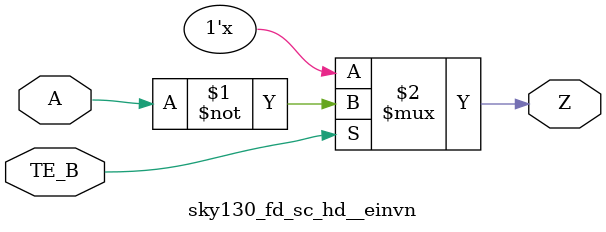
<source format=v>
/*
 * Copyright 2020 The SkyWater PDK Authors
 *
 * Licensed under the Apache License, Version 2.0 (the "License");
 * you may not use this file except in compliance with the License.
 * You may obtain a copy of the License at
 *
 *     https://www.apache.org/licenses/LICENSE-2.0
 *
 * Unless required by applicable law or agreed to in writing, software
 * distributed under the License is distributed on an "AS IS" BASIS,
 * WITHOUT WARRANTIES OR CONDITIONS OF ANY KIND, either express or implied.
 * See the License for the specific language governing permissions and
 * limitations under the License.
 *
 * SPDX-License-Identifier: Apache-2.0
*/


`ifndef SKY130_FD_SC_HD__EINVN_FUNCTIONAL_V
`define SKY130_FD_SC_HD__EINVN_FUNCTIONAL_V

/**
 * einvn: Tri-state inverter, negative enable.
 *
 * Verilog simulation functional model.
 */

`timescale 1ns / 1ps
`default_nettype none

`celldefine
module sky130_fd_sc_hd__einvn (
    Z   ,
    A   ,
    TE_B
);

    // Module ports
    output Z   ;
    input  A   ;
    input  TE_B;

    //     Name     Output  Other arguments
    notif0 notif00 (Z     , A, TE_B        );

endmodule
`endcelldefine

`default_nettype wire
`endif  // SKY130_FD_SC_HD__EINVN_FUNCTIONAL_V
</source>
